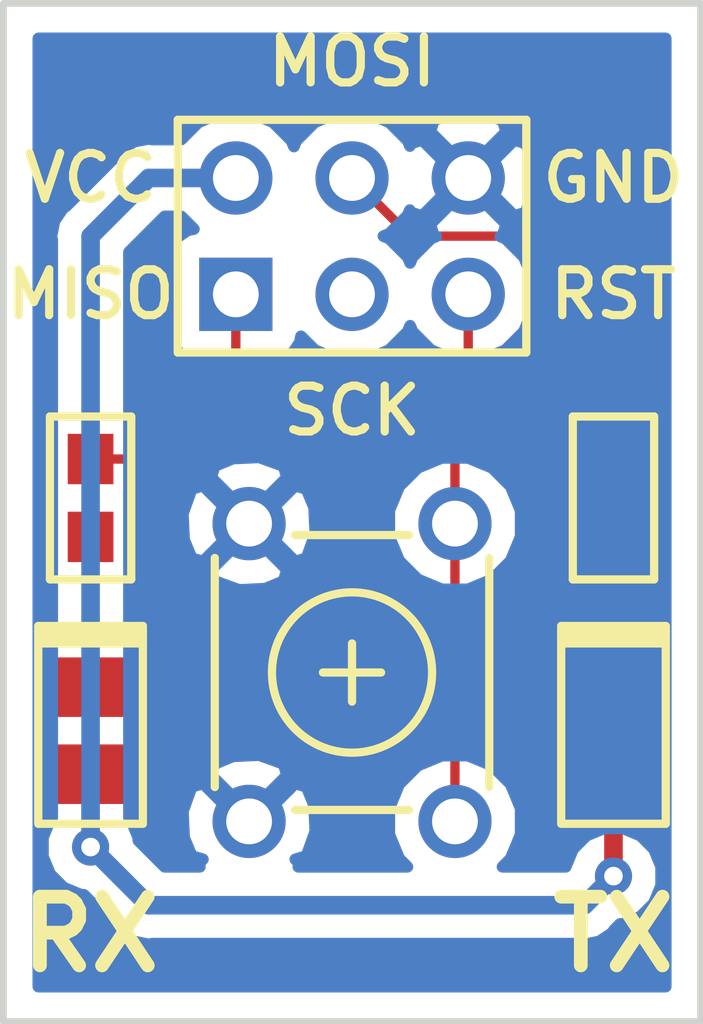
<source format=kicad_pcb>
(kicad_pcb (version 20171130) (host pcbnew 5.0.1-33cea8e~68~ubuntu18.04.1)

  (general
    (thickness 1.6)
    (drawings 12)
    (tracks 24)
    (zones 0)
    (modules 6)
    (nets 9)
  )

  (page A4)
  (layers
    (0 F.Cu signal)
    (31 B.Cu signal)
    (32 B.Adhes user)
    (33 F.Adhes user)
    (34 B.Paste user)
    (35 F.Paste user)
    (36 B.SilkS user)
    (37 F.SilkS user)
    (38 B.Mask user)
    (39 F.Mask user)
    (40 Dwgs.User user)
    (41 Cmts.User user)
    (42 Eco1.User user)
    (43 Eco2.User user)
    (44 Edge.Cuts user)
    (45 Margin user)
    (46 B.CrtYd user)
    (47 F.CrtYd user)
    (48 B.Fab user)
    (49 F.Fab user)
  )

  (setup
    (last_trace_width 0.2032)
    (trace_clearance 0.2032)
    (zone_clearance 0.508)
    (zone_45_only no)
    (trace_min 0.2032)
    (segment_width 0.2)
    (edge_width 0.15)
    (via_size 0.8128)
    (via_drill 0.4064)
    (via_min_size 0.8128)
    (via_min_drill 0.4064)
    (uvia_size 0.8128)
    (uvia_drill 0.4064)
    (uvias_allowed no)
    (uvia_min_size 0.2)
    (uvia_min_drill 0.1)
    (pcb_text_width 0.3)
    (pcb_text_size 1.5 1.5)
    (mod_edge_width 0.15)
    (mod_text_size 1 1)
    (mod_text_width 0.15)
    (pad_size 1.524 1.524)
    (pad_drill 0.762)
    (pad_to_mask_clearance 0.2)
    (solder_mask_min_width 0.25)
    (aux_axis_origin 0 0)
    (visible_elements FFFFFF7F)
    (pcbplotparams
      (layerselection 0x010fc_ffffffff)
      (usegerberextensions false)
      (usegerberattributes false)
      (usegerberadvancedattributes false)
      (creategerberjobfile false)
      (excludeedgelayer true)
      (linewidth 0.150000)
      (plotframeref false)
      (viasonmask false)
      (mode 1)
      (useauxorigin false)
      (hpglpennumber 1)
      (hpglpenspeed 20)
      (hpglpendiameter 15.000000)
      (psnegative false)
      (psa4output false)
      (plotreference true)
      (plotvalue true)
      (plotinvisibletext false)
      (padsonsilk false)
      (subtractmaskfromsilk false)
      (outputformat 1)
      (mirror false)
      (drillshape 1)
      (scaleselection 1)
      (outputdirectory ""))
  )

  (net 0 "")
  (net 1 +5V)
  (net 2 "Net-(D1-PadK)")
  (net 3 "Net-(D2-PadK)")
  (net 4 "Net-(J1-Pad1)")
  (net 5 "Net-(J1-Pad3)")
  (net 6 "Net-(J1-Pad4)")
  (net 7 "Net-(J1-Pad5)")
  (net 8 GND)

  (net_class Default "This is the default net class."
    (clearance 0.2032)
    (trace_width 0.2032)
    (via_dia 0.8128)
    (via_drill 0.4064)
    (uvia_dia 0.8128)
    (uvia_drill 0.4064)
    (diff_pair_gap 0.2032)
    (diff_pair_width 0.2032)
    (add_net +5V)
    (add_net GND)
    (add_net "Net-(D1-PadK)")
    (add_net "Net-(D2-PadK)")
    (add_net "Net-(J1-Pad1)")
    (add_net "Net-(J1-Pad3)")
    (add_net "Net-(J1-Pad4)")
    (add_net "Net-(J1-Pad5)")
  )

  (net_class Power ""
    (clearance 0.254)
    (trace_width 0.254)
    (via_dia 1.016)
    (via_drill 0.508)
    (uvia_dia 1.016)
    (uvia_drill 0.508)
    (diff_pair_gap 0.254)
    (diff_pair_width 0.254)
  )

  (module smt:LED-0805 (layer F.Cu) (tedit 5BFE5DC0) (tstamp 5C02A169)
    (at 114.935 71.755 270)
    (descr "0805 (2012 metric)")
    (tags "smt 0805")
    (path /5C66BD61)
    (fp_text reference D1 (at 0.508 1.397 270) (layer F.SilkS) hide
      (effects (font (size 1 1) (thickness 0.18)) (justify left bottom))
    )
    (fp_text value LED (at -0.127 2.159 270) (layer F.SilkS) hide
      (effects (font (size 1 1) (thickness 0.18)))
    )
    (fp_line (start -1.016 -0.635) (end -1.016 0.635) (layer Dwgs.User) (width 0.05))
    (fp_line (start -1.016 0.635) (end 1.016 0.635) (layer Dwgs.User) (width 0.05))
    (fp_line (start -2.159 1.143) (end -2.159 -1.143) (layer F.SilkS) (width 0.18))
    (fp_line (start -2.032 1.143) (end -2.032 -1.143) (layer F.SilkS) (width 0.18))
    (fp_line (start -2.286 -1.143) (end -2.286 1.143) (layer F.SilkS) (width 0.18))
    (fp_line (start 2.032 -1.143) (end -2.286 -1.143) (layer F.SilkS) (width 0.18))
    (fp_line (start 2.032 1.143) (end 2.032 -1.143) (layer F.SilkS) (width 0.18))
    (fp_line (start -2.286 1.143) (end 2.032 1.143) (layer F.SilkS) (width 0.18))
    (fp_line (start -2.032 1.143) (end -2.032 -1.143) (layer F.CrtYd) (width 0.05))
    (fp_line (start 2.032 1.143) (end -2.032 1.143) (layer F.CrtYd) (width 0.05))
    (fp_line (start 2.032 -1.143) (end 2.032 1.143) (layer F.CrtYd) (width 0.05))
    (fp_line (start -2.032 -1.143) (end 2.032 -1.143) (layer F.CrtYd) (width 0.05))
    (fp_line (start -1.905 1.143) (end -1.905 -1.143) (layer F.SilkS) (width 0.18))
    (fp_line (start 1.016 -0.635) (end 1.016 0.635) (layer Dwgs.User) (width 0.05))
    (fp_line (start -1.016 -0.635) (end 1.016 -0.635) (layer Dwgs.User) (width 0.05))
    (pad A smd rect (at 0.95 0 270) (size 1.3 1.5) (layers F.Cu F.Paste F.Mask)
      (net 1 +5V))
    (pad K smd rect (at -0.95 0 270) (size 1.3 1.5) (layers F.Cu F.Paste F.Mask)
      (net 2 "Net-(D1-PadK)"))
    (model smt.pretty/CPL-0805.wrl
      (at (xyz 0 0 0))
      (scale (xyz 1 1 1))
      (rotate (xyz 0 0 0))
    )
  )

  (module smt:LED-0805 (layer F.Cu) (tedit 5BFE5DB9) (tstamp 5C02A17E)
    (at 126.365 71.755 270)
    (descr "0805 (2012 metric)")
    (tags "smt 0805")
    (path /5C66BCE1)
    (fp_text reference D2 (at 0.889 -2.413 270) (layer F.SilkS) hide
      (effects (font (size 1 1) (thickness 0.18)) (justify left bottom))
    )
    (fp_text value LED (at -0.127 2.159 270) (layer F.SilkS) hide
      (effects (font (size 1 1) (thickness 0.18)))
    )
    (fp_line (start -1.016 -0.635) (end 1.016 -0.635) (layer Dwgs.User) (width 0.05))
    (fp_line (start 1.016 -0.635) (end 1.016 0.635) (layer Dwgs.User) (width 0.05))
    (fp_line (start -1.905 1.143) (end -1.905 -1.143) (layer F.SilkS) (width 0.18))
    (fp_line (start -2.032 -1.143) (end 2.032 -1.143) (layer F.CrtYd) (width 0.05))
    (fp_line (start 2.032 -1.143) (end 2.032 1.143) (layer F.CrtYd) (width 0.05))
    (fp_line (start 2.032 1.143) (end -2.032 1.143) (layer F.CrtYd) (width 0.05))
    (fp_line (start -2.032 1.143) (end -2.032 -1.143) (layer F.CrtYd) (width 0.05))
    (fp_line (start -2.286 1.143) (end 2.032 1.143) (layer F.SilkS) (width 0.18))
    (fp_line (start 2.032 1.143) (end 2.032 -1.143) (layer F.SilkS) (width 0.18))
    (fp_line (start 2.032 -1.143) (end -2.286 -1.143) (layer F.SilkS) (width 0.18))
    (fp_line (start -2.286 -1.143) (end -2.286 1.143) (layer F.SilkS) (width 0.18))
    (fp_line (start -2.032 1.143) (end -2.032 -1.143) (layer F.SilkS) (width 0.18))
    (fp_line (start -2.159 1.143) (end -2.159 -1.143) (layer F.SilkS) (width 0.18))
    (fp_line (start -1.016 0.635) (end 1.016 0.635) (layer Dwgs.User) (width 0.05))
    (fp_line (start -1.016 -0.635) (end -1.016 0.635) (layer Dwgs.User) (width 0.05))
    (pad K smd rect (at -0.95 0 270) (size 1.3 1.5) (layers F.Cu F.Paste F.Mask)
      (net 3 "Net-(D2-PadK)"))
    (pad A smd rect (at 0.95 0 270) (size 1.3 1.5) (layers F.Cu F.Paste F.Mask)
      (net 1 +5V))
    (model smt.pretty/CPL-0805.wrl
      (at (xyz 0 0 0))
      (scale (xyz 1 1 1))
      (rotate (xyz 0 0 0))
    )
  )

  (module conn-header:HDR-M-2x03 (layer F.Cu) (tedit 5BFE5D95) (tstamp 5C02A190)
    (at 120.65 60.96)
    (descr "Header - 100mil pitch - Male - Dual Row, Vertical, 6 pos.")
    (path /5C66C204)
    (fp_text reference J1 (at -4.064 -3.175) (layer F.SilkS) hide
      (effects (font (size 1 1) (thickness 0.18)) (justify left bottom))
    )
    (fp_text value ICSP (at 0 3.81) (layer F.SilkS) hide
      (effects (font (size 1 1) (thickness 0.18)))
    )
    (fp_line (start -4.318 -3.048) (end 4.318 -3.048) (layer F.CrtYd) (width 0.05))
    (fp_line (start 4.318 -3.048) (end 4.318 3.048) (layer F.CrtYd) (width 0.05))
    (fp_line (start 4.318 3.048) (end -4.318 3.048) (layer F.CrtYd) (width 0.05))
    (fp_line (start -4.318 3.048) (end -4.318 -3.048) (layer F.CrtYd) (width 0.05))
    (fp_line (start -3.81 2.54) (end -3.81 -2.54) (layer F.SilkS) (width 0.18))
    (fp_line (start 3.81 -2.54) (end 3.81 2.54) (layer F.SilkS) (width 0.18))
    (fp_line (start -3.81 -2.54) (end 3.81 -2.54) (layer F.SilkS) (width 0.18))
    (fp_line (start 3.81 2.54) (end -3.81 2.54) (layer F.SilkS) (width 0.18))
    (pad 1 thru_hole rect (at -2.54 1.27) (size 1.6 1.6) (drill 1) (layers *.Cu *.Mask)
      (net 4 "Net-(J1-Pad1)"))
    (pad 2 thru_hole circle (at -2.54 -1.27) (size 1.6 1.6) (drill 1) (layers *.Cu *.Mask)
      (net 1 +5V))
    (pad 3 thru_hole circle (at 0 1.27) (size 1.6 1.6) (drill 1) (layers *.Cu *.Mask)
      (net 5 "Net-(J1-Pad3)"))
    (pad 4 thru_hole circle (at 0 -1.27) (size 1.6 1.6) (drill 1) (layers *.Cu *.Mask)
      (net 6 "Net-(J1-Pad4)"))
    (pad 5 thru_hole circle (at 2.54 1.27) (size 1.6 1.6) (drill 1) (layers *.Cu *.Mask)
      (net 7 "Net-(J1-Pad5)"))
    (pad 6 thru_hole circle (at 2.54 -1.27) (size 1.6 1.6) (drill 1) (layers *.Cu *.Mask)
      (net 8 GND))
    (model conn-header.pretty/HDR-M-2x03.wrl
      (at (xyz 0 0 0))
      (scale (xyz 1 1 1))
      (rotate (xyz 0 0 0))
    )
  )

  (module smt:R-0603 (layer F.Cu) (tedit 5BFE5DC3) (tstamp 5C02A1A2)
    (at 114.935 66.675 90)
    (descr "0603 (1608 metric)")
    (tags "smt 0603")
    (path /5C66BE86)
    (fp_text reference R1 (at -1.27 -1.143 90) (layer F.SilkS) hide
      (effects (font (size 1 1) (thickness 0.18)) (justify left bottom))
    )
    (fp_text value 680 (at 0 2.032 90) (layer F.SilkS) hide
      (effects (font (size 1 1) (thickness 0.18)))
    )
    (fp_line (start -1.778 0.889) (end -1.778 -0.889) (layer F.SilkS) (width 0.18))
    (fp_line (start 1.778 0.889) (end -1.778 0.889) (layer F.SilkS) (width 0.18))
    (fp_line (start 1.778 -0.889) (end 1.778 0.889) (layer F.SilkS) (width 0.18))
    (fp_line (start -1.778 -0.889) (end 1.778 -0.889) (layer F.SilkS) (width 0.18))
    (fp_line (start -1.778 0.889) (end -1.778 -0.889) (layer F.CrtYd) (width 0.05))
    (fp_line (start 1.778 0.889) (end -1.778 0.889) (layer F.CrtYd) (width 0.05))
    (fp_line (start 1.778 -0.889) (end 1.778 0.889) (layer F.CrtYd) (width 0.05))
    (fp_line (start -1.778 -0.889) (end 1.778 -0.889) (layer F.CrtYd) (width 0.05))
    (fp_line (start -0.762 0.381) (end -0.762 -0.381) (layer Dwgs.User) (width 0.05))
    (fp_line (start 0.762 0.381) (end -0.762 0.381) (layer Dwgs.User) (width 0.05))
    (fp_line (start 0.762 -0.381) (end 0.762 0.381) (layer Dwgs.User) (width 0.05))
    (fp_line (start -0.762 -0.381) (end 0.762 -0.381) (layer Dwgs.User) (width 0.05))
    (pad 2 smd rect (at 0.85 0 90) (size 1.1 1) (layers F.Cu F.Paste F.Mask)
      (net 4 "Net-(J1-Pad1)"))
    (pad 1 smd rect (at -0.85 0 90) (size 1.1 1) (layers F.Cu F.Paste F.Mask)
      (net 2 "Net-(D1-PadK)"))
    (model smt.pretty/R-0603.wrl
      (at (xyz 0 0 0))
      (scale (xyz 1 1 1))
      (rotate (xyz 0 0 0))
    )
  )

  (module smt:R-0603 (layer F.Cu) (tedit 5BFE5DB6) (tstamp 5C02A1B4)
    (at 126.365 66.675 90)
    (descr "0603 (1608 metric)")
    (tags "smt 0603")
    (path /5C66BE4E)
    (fp_text reference R2 (at -1.27 2.286 90) (layer F.SilkS) hide
      (effects (font (size 1 1) (thickness 0.18)) (justify left bottom))
    )
    (fp_text value 680 (at 0 2.032 90) (layer F.SilkS) hide
      (effects (font (size 1 1) (thickness 0.18)))
    )
    (fp_line (start -0.762 -0.381) (end 0.762 -0.381) (layer Dwgs.User) (width 0.05))
    (fp_line (start 0.762 -0.381) (end 0.762 0.381) (layer Dwgs.User) (width 0.05))
    (fp_line (start 0.762 0.381) (end -0.762 0.381) (layer Dwgs.User) (width 0.05))
    (fp_line (start -0.762 0.381) (end -0.762 -0.381) (layer Dwgs.User) (width 0.05))
    (fp_line (start -1.778 -0.889) (end 1.778 -0.889) (layer F.CrtYd) (width 0.05))
    (fp_line (start 1.778 -0.889) (end 1.778 0.889) (layer F.CrtYd) (width 0.05))
    (fp_line (start 1.778 0.889) (end -1.778 0.889) (layer F.CrtYd) (width 0.05))
    (fp_line (start -1.778 0.889) (end -1.778 -0.889) (layer F.CrtYd) (width 0.05))
    (fp_line (start -1.778 -0.889) (end 1.778 -0.889) (layer F.SilkS) (width 0.18))
    (fp_line (start 1.778 -0.889) (end 1.778 0.889) (layer F.SilkS) (width 0.18))
    (fp_line (start 1.778 0.889) (end -1.778 0.889) (layer F.SilkS) (width 0.18))
    (fp_line (start -1.778 0.889) (end -1.778 -0.889) (layer F.SilkS) (width 0.18))
    (pad 1 smd rect (at -0.85 0 90) (size 1.1 1) (layers F.Cu F.Paste F.Mask)
      (net 3 "Net-(D2-PadK)"))
    (pad 2 smd rect (at 0.85 0 90) (size 1.1 1) (layers F.Cu F.Paste F.Mask)
      (net 6 "Net-(J1-Pad4)"))
    (model smt.pretty/R-0603.wrl
      (at (xyz 0 0 0))
      (scale (xyz 1 1 1))
      (rotate (xyz 0 0 0))
    )
  )

  (module switches:B3F-10XX (layer F.Cu) (tedit 5BFE5DBC) (tstamp 5C02A1C7)
    (at 120.65 70.485 270)
    (descr "Tactile switch - SPST - 6mm")
    (tags "tactile switch")
    (path /5C66CF86)
    (fp_text reference SW1 (at 4.953 1.524 180) (layer F.SilkS) hide
      (effects (font (size 1 1) (thickness 0.18)) (justify left bottom))
    )
    (fp_text value MOM-SPST (at 0 4.3 270) (layer F.SilkS) hide
      (effects (font (size 1 1) (thickness 0.15)))
    )
    (fp_line (start -3.5 -3.5) (end 3.5 -3.5) (layer F.CrtYd) (width 0.05))
    (fp_line (start 3.5 -3.5) (end 3.5 3.5) (layer F.CrtYd) (width 0.05))
    (fp_line (start 3.5 3.5) (end -3.5 3.5) (layer F.CrtYd) (width 0.05))
    (fp_line (start -3.5 3.5) (end -3.5 -3.5) (layer F.CrtYd) (width 0.05))
    (fp_line (start -3 1.25) (end -3 -1.25) (layer F.SilkS) (width 0.18))
    (fp_line (start -2.5 3) (end 2.5 3) (layer F.SilkS) (width 0.18))
    (fp_line (start -2.5 -3) (end 2.5 -3) (layer F.SilkS) (width 0.18))
    (fp_line (start 3 1.25) (end 3 -1.25) (layer F.SilkS) (width 0.18))
    (fp_circle (center 0 0) (end 1.75 0) (layer F.SilkS) (width 0.18))
    (fp_line (start -0.635 0) (end 0.635 0) (layer F.SilkS) (width 0.18))
    (fp_line (start 0 -0.635) (end 0 0.635) (layer F.SilkS) (width 0.18))
    (pad 1 thru_hole circle (at -3.25 2.25 270) (size 1.6 1.6) (drill 1) (layers *.Cu *.Mask)
      (net 8 GND))
    (pad 1 thru_hole circle (at 3.25 2.25 270) (size 1.6 1.6) (drill 1) (layers *.Cu *.Mask)
      (net 8 GND))
    (pad 2 thru_hole circle (at 3.25 -2.25 270) (size 1.6 1.6) (drill 1) (layers *.Cu *.Mask)
      (net 7 "Net-(J1-Pad5)"))
    (pad 2 thru_hole circle (at -3.25 -2.25 270) (size 1.6 1.6) (drill 1) (layers *.Cu *.Mask)
      (net 7 "Net-(J1-Pad5)"))
    (model ${KISYS3DMOD}/switches.pretty/B3F-10XX.wrl
      (at (xyz 0 0 0))
      (scale (xyz 1 1 1))
      (rotate (xyz 0 0 0))
    )
  )

  (gr_text SCK (at 120.65 64.77) (layer F.SilkS) (tstamp 5C02AA8B)
    (effects (font (size 1 1) (thickness 0.18)))
  )
  (gr_text MOSI (at 120.65 57.15) (layer F.SilkS) (tstamp 5C02AA89)
    (effects (font (size 1 1) (thickness 0.18)))
  )
  (gr_text GND (at 126.365 59.69) (layer F.SilkS) (tstamp 5C02AA83)
    (effects (font (size 1 1) (thickness 0.18)))
  )
  (gr_text RST (at 126.365 62.23) (layer F.SilkS) (tstamp 5C02AA7F)
    (effects (font (size 1 1) (thickness 0.18)))
  )
  (gr_text MISO (at 114.935 62.23) (layer F.SilkS) (tstamp 5C02AA7A)
    (effects (font (size 1 1) (thickness 0.18)))
  )
  (gr_text VCC (at 114.935 59.69) (layer F.SilkS)
    (effects (font (size 1 1) (thickness 0.18)))
  )
  (gr_text TX (at 126.365 76.2) (layer F.SilkS) (tstamp 5C02A983)
    (effects (font (size 1.5 1.5) (thickness 0.3)))
  )
  (gr_text RX (at 114.935 76.2) (layer F.SilkS)
    (effects (font (size 1.5 1.5) (thickness 0.3)))
  )
  (gr_line (start 128.27 78.105) (end 113.03 78.105) (layer Edge.Cuts) (width 0.15))
  (gr_line (start 128.27 55.88) (end 128.27 78.105) (layer Edge.Cuts) (width 0.15))
  (gr_line (start 113.03 55.88) (end 128.27 55.88) (layer Edge.Cuts) (width 0.15))
  (gr_line (start 113.03 78.105) (end 113.03 55.88) (layer Edge.Cuts) (width 0.15))

  (via (at 114.935 74.295) (size 0.8128) (drill 0.4064) (layers F.Cu B.Cu) (net 1))
  (segment (start 114.935 72.705) (end 114.935 74.295) (width 0.4064) (layer F.Cu) (net 1))
  (segment (start 114.935 74.295) (end 114.935 60.96) (width 0.4064) (layer B.Cu) (net 1) (status 1000000))
  (segment (start 114.935 60.96) (end 116.205 59.69) (width 0.4064) (layer B.Cu) (net 1) (status 1000000))
  (segment (start 116.205 59.69) (end 118.11 59.69) (width 0.4064) (layer B.Cu) (net 1) (status 1000000))
  (segment (start 114.935 74.295) (end 115.57 74.93) (width 0.4064) (layer B.Cu) (net 1))
  (segment (start 126.365 74.93) (end 126.365 72.705) (width 0.4064) (layer F.Cu) (net 1))
  (segment (start 125.73 75.565) (end 126.365 74.93) (width 0.4064) (layer B.Cu) (net 1))
  (segment (start 116.205 75.565) (end 125.73 75.565) (width 0.4064) (layer B.Cu) (net 1))
  (via (at 126.365 74.93) (size 0.8128) (drill 0.4064) (layers F.Cu B.Cu) (net 1))
  (segment (start 115.57 74.93) (end 116.205 75.565) (width 0.4064) (layer B.Cu) (net 1))
  (segment (start 114.935 67.525) (end 114.935 70.805) (width 0.2032) (layer F.Cu) (net 2))
  (segment (start 126.365 67.525) (end 126.365 70.805) (width 0.2032) (layer F.Cu) (net 3))
  (segment (start 114.935 65.825) (end 117.055 65.825) (width 0.2032) (layer F.Cu) (net 4))
  (segment (start 118.11 64.77) (end 118.11 62.23) (width 0.2032) (layer F.Cu) (net 4))
  (segment (start 117.055 65.825) (end 118.11 64.77) (width 0.2032) (layer F.Cu) (net 4))
  (segment (start 126.365 65.825) (end 126.365 62.23) (width 0.2032) (layer F.Cu) (net 6))
  (segment (start 126.365 62.23) (end 125.095 60.96) (width 0.2032) (layer F.Cu) (net 6))
  (segment (start 121.92 60.96) (end 120.65 59.69) (width 0.2032) (layer F.Cu) (net 6))
  (segment (start 125.095 60.96) (end 121.92 60.96) (width 0.2032) (layer F.Cu) (net 6))
  (segment (start 122.9 67.235) (end 122.9 65.06) (width 0.2032) (layer F.Cu) (net 7))
  (segment (start 123.19 64.77) (end 123.19 62.23) (width 0.2032) (layer F.Cu) (net 7))
  (segment (start 122.9 65.06) (end 123.19 64.77) (width 0.2032) (layer F.Cu) (net 7))
  (segment (start 122.9 73.735) (end 122.9 67.235) (width 0.2032) (layer F.Cu) (net 7))

  (zone (net 8) (net_name GND) (layer B.Cu) (tstamp 0) (hatch edge 0.508)
    (connect_pads (clearance 0.508))
    (min_thickness 0.254)
    (fill yes (arc_segments 16) (thermal_gap 0.508) (thermal_bridge_width 0.508))
    (polygon
      (pts
        (xy 113.665 56.515) (xy 127.635 56.515) (xy 127.635 77.47) (xy 113.665 77.47)
      )
    )
    (filled_polygon
      (pts
        (xy 127.508 77.343) (xy 113.792 77.343) (xy 113.792 74.087853) (xy 113.8936 74.087853) (xy 113.8936 74.502147)
        (xy 114.052144 74.884906) (xy 114.345094 75.177856) (xy 114.727853 75.3364) (xy 114.791006 75.3364) (xy 115.035677 75.581071)
        (xy 115.03568 75.581073) (xy 115.55393 76.099324) (xy 115.600692 76.169308) (xy 115.670676 76.21607) (xy 115.670677 76.216071)
        (xy 115.87795 76.354567) (xy 115.932907 76.365498) (xy 116.122446 76.4032) (xy 116.122449 76.4032) (xy 116.205 76.41962)
        (xy 116.28755 76.4032) (xy 125.647451 76.4032) (xy 125.73 76.41962) (xy 125.812549 76.4032) (xy 125.812554 76.4032)
        (xy 126.057049 76.354567) (xy 126.334308 76.169308) (xy 126.381071 76.099322) (xy 126.508993 75.9714) (xy 126.572147 75.9714)
        (xy 126.954906 75.812856) (xy 127.247856 75.519906) (xy 127.4064 75.137147) (xy 127.4064 74.722853) (xy 127.247856 74.340094)
        (xy 126.954906 74.047144) (xy 126.572147 73.8886) (xy 126.157853 73.8886) (xy 125.775094 74.047144) (xy 125.482144 74.340094)
        (xy 125.3236 74.722853) (xy 125.3236 74.7268) (xy 123.937596 74.7268) (xy 124.116534 74.547862) (xy 124.335 74.020439)
        (xy 124.335 73.449561) (xy 124.116534 72.922138) (xy 123.712862 72.518466) (xy 123.185439 72.3) (xy 122.614561 72.3)
        (xy 122.087138 72.518466) (xy 121.683466 72.922138) (xy 121.465 73.449561) (xy 121.465 74.020439) (xy 121.683466 74.547862)
        (xy 121.862404 74.7268) (xy 119.473836 74.7268) (xy 119.522622 74.678014) (xy 119.407747 74.563139) (xy 119.653864 74.489005)
        (xy 119.846965 73.951777) (xy 119.819778 73.381546) (xy 119.653864 72.980995) (xy 119.407745 72.906861) (xy 118.579605 73.735)
        (xy 118.593748 73.749142) (xy 118.414142 73.928748) (xy 118.4 73.914605) (xy 118.385858 73.928748) (xy 118.206252 73.749142)
        (xy 118.220395 73.735) (xy 117.392255 72.906861) (xy 117.146136 72.980995) (xy 116.953035 73.518223) (xy 116.980222 74.088454)
        (xy 117.146136 74.489005) (xy 117.392253 74.563139) (xy 117.277378 74.678014) (xy 117.326164 74.7268) (xy 116.552194 74.7268)
        (xy 116.221073 74.39568) (xy 116.221071 74.395677) (xy 115.9764 74.151006) (xy 115.9764 74.087853) (xy 115.817856 73.705094)
        (xy 115.7732 73.660438) (xy 115.7732 72.727255) (xy 117.571861 72.727255) (xy 118.4 73.555395) (xy 119.228139 72.727255)
        (xy 119.154005 72.481136) (xy 118.616777 72.288035) (xy 118.046546 72.315222) (xy 117.645995 72.481136) (xy 117.571861 72.727255)
        (xy 115.7732 72.727255) (xy 115.7732 68.242745) (xy 117.571861 68.242745) (xy 117.645995 68.488864) (xy 118.183223 68.681965)
        (xy 118.753454 68.654778) (xy 119.154005 68.488864) (xy 119.228139 68.242745) (xy 118.4 67.414605) (xy 117.571861 68.242745)
        (xy 115.7732 68.242745) (xy 115.7732 67.018223) (xy 116.953035 67.018223) (xy 116.980222 67.588454) (xy 117.146136 67.989005)
        (xy 117.392255 68.063139) (xy 118.220395 67.235) (xy 118.579605 67.235) (xy 119.407745 68.063139) (xy 119.653864 67.989005)
        (xy 119.846965 67.451777) (xy 119.823021 66.949561) (xy 121.465 66.949561) (xy 121.465 67.520439) (xy 121.683466 68.047862)
        (xy 122.087138 68.451534) (xy 122.614561 68.67) (xy 123.185439 68.67) (xy 123.712862 68.451534) (xy 124.116534 68.047862)
        (xy 124.335 67.520439) (xy 124.335 66.949561) (xy 124.116534 66.422138) (xy 123.712862 66.018466) (xy 123.185439 65.8)
        (xy 122.614561 65.8) (xy 122.087138 66.018466) (xy 121.683466 66.422138) (xy 121.465 66.949561) (xy 119.823021 66.949561)
        (xy 119.819778 66.881546) (xy 119.653864 66.480995) (xy 119.407745 66.406861) (xy 118.579605 67.235) (xy 118.220395 67.235)
        (xy 117.392255 66.406861) (xy 117.146136 66.480995) (xy 116.953035 67.018223) (xy 115.7732 67.018223) (xy 115.7732 66.227255)
        (xy 117.571861 66.227255) (xy 118.4 67.055395) (xy 119.228139 66.227255) (xy 119.154005 65.981136) (xy 118.616777 65.788035)
        (xy 118.046546 65.815222) (xy 117.645995 65.981136) (xy 117.571861 66.227255) (xy 115.7732 66.227255) (xy 115.7732 61.307193)
        (xy 116.552194 60.5282) (xy 116.918804 60.5282) (xy 117.195866 60.805262) (xy 117.062235 60.831843) (xy 116.852191 60.972191)
        (xy 116.711843 61.182235) (xy 116.66256 61.43) (xy 116.66256 63.03) (xy 116.711843 63.277765) (xy 116.852191 63.487809)
        (xy 117.062235 63.628157) (xy 117.31 63.67744) (xy 118.91 63.67744) (xy 119.157765 63.628157) (xy 119.367809 63.487809)
        (xy 119.508157 63.277765) (xy 119.534738 63.144134) (xy 119.837138 63.446534) (xy 120.364561 63.665) (xy 120.935439 63.665)
        (xy 121.462862 63.446534) (xy 121.866534 63.042862) (xy 121.92 62.913784) (xy 121.973466 63.042862) (xy 122.377138 63.446534)
        (xy 122.904561 63.665) (xy 123.475439 63.665) (xy 124.002862 63.446534) (xy 124.406534 63.042862) (xy 124.625 62.515439)
        (xy 124.625 61.944561) (xy 124.406534 61.417138) (xy 124.002862 61.013466) (xy 123.889417 60.966475) (xy 123.944005 60.943864)
        (xy 124.018139 60.697745) (xy 123.19 59.869605) (xy 122.361861 60.697745) (xy 122.435995 60.943864) (xy 122.494448 60.964874)
        (xy 122.377138 61.013466) (xy 121.973466 61.417138) (xy 121.92 61.546216) (xy 121.866534 61.417138) (xy 121.462862 61.013466)
        (xy 121.333784 60.96) (xy 121.462862 60.906534) (xy 121.866534 60.502862) (xy 121.913525 60.389417) (xy 121.936136 60.444005)
        (xy 122.182255 60.518139) (xy 123.010395 59.69) (xy 123.369605 59.69) (xy 124.197745 60.518139) (xy 124.443864 60.444005)
        (xy 124.636965 59.906777) (xy 124.609778 59.336546) (xy 124.443864 58.935995) (xy 124.197745 58.861861) (xy 123.369605 59.69)
        (xy 123.010395 59.69) (xy 122.182255 58.861861) (xy 121.936136 58.935995) (xy 121.915126 58.994448) (xy 121.866534 58.877138)
        (xy 121.671651 58.682255) (xy 122.361861 58.682255) (xy 123.19 59.510395) (xy 124.018139 58.682255) (xy 123.944005 58.436136)
        (xy 123.406777 58.243035) (xy 122.836546 58.270222) (xy 122.435995 58.436136) (xy 122.361861 58.682255) (xy 121.671651 58.682255)
        (xy 121.462862 58.473466) (xy 120.935439 58.255) (xy 120.364561 58.255) (xy 119.837138 58.473466) (xy 119.433466 58.877138)
        (xy 119.38 59.006216) (xy 119.326534 58.877138) (xy 118.922862 58.473466) (xy 118.395439 58.255) (xy 117.824561 58.255)
        (xy 117.297138 58.473466) (xy 116.918804 58.8518) (xy 116.287548 58.8518) (xy 116.204999 58.83538) (xy 116.12245 58.8518)
        (xy 116.122446 58.8518) (xy 115.877951 58.900433) (xy 115.877949 58.900434) (xy 115.87795 58.900434) (xy 115.670677 59.038929)
        (xy 115.670676 59.03893) (xy 115.600692 59.085692) (xy 115.55393 59.155676) (xy 114.400677 60.30893) (xy 114.330693 60.355692)
        (xy 114.283931 60.425676) (xy 114.283929 60.425678) (xy 114.145434 60.632951) (xy 114.08038 60.96) (xy 114.096801 61.042554)
        (xy 114.0968 73.660438) (xy 114.052144 73.705094) (xy 113.8936 74.087853) (xy 113.792 74.087853) (xy 113.792 56.642)
        (xy 127.508 56.642)
      )
    )
  )
)

</source>
